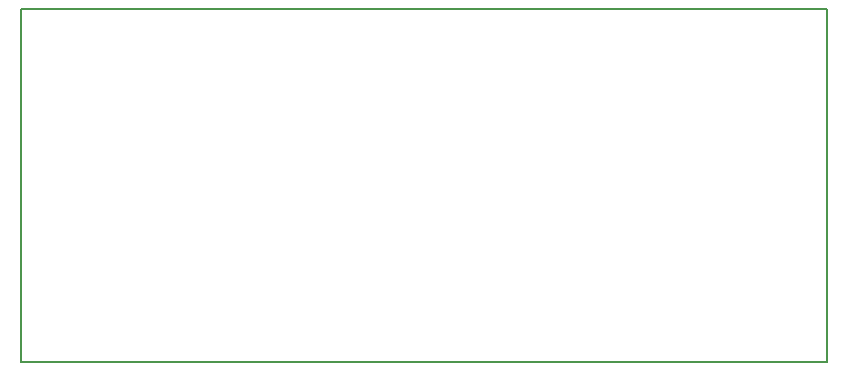
<source format=gbr>
%TF.GenerationSoftware,KiCad,Pcbnew,7.0.7*%
%TF.CreationDate,2025-02-28T10:15:51+00:00*%
%TF.ProjectId,MRF67-pro-small,4d524636-372d-4707-926f-2d736d616c6c,rev?*%
%TF.SameCoordinates,Original*%
%TF.FileFunction,Profile,NP*%
%FSLAX46Y46*%
G04 Gerber Fmt 4.6, Leading zero omitted, Abs format (unit mm)*
G04 Created by KiCad (PCBNEW 7.0.7) date 2025-02-28 10:15:51*
%MOMM*%
%LPD*%
G01*
G04 APERTURE LIST*
%TA.AperFunction,Profile*%
%ADD10C,0.200000*%
%TD*%
G04 APERTURE END LIST*
D10*
X105791000Y-99441000D02*
X173990000Y-99441000D01*
X173990000Y-129286000D01*
X105791000Y-129286000D01*
X105791000Y-99441000D01*
M02*

</source>
